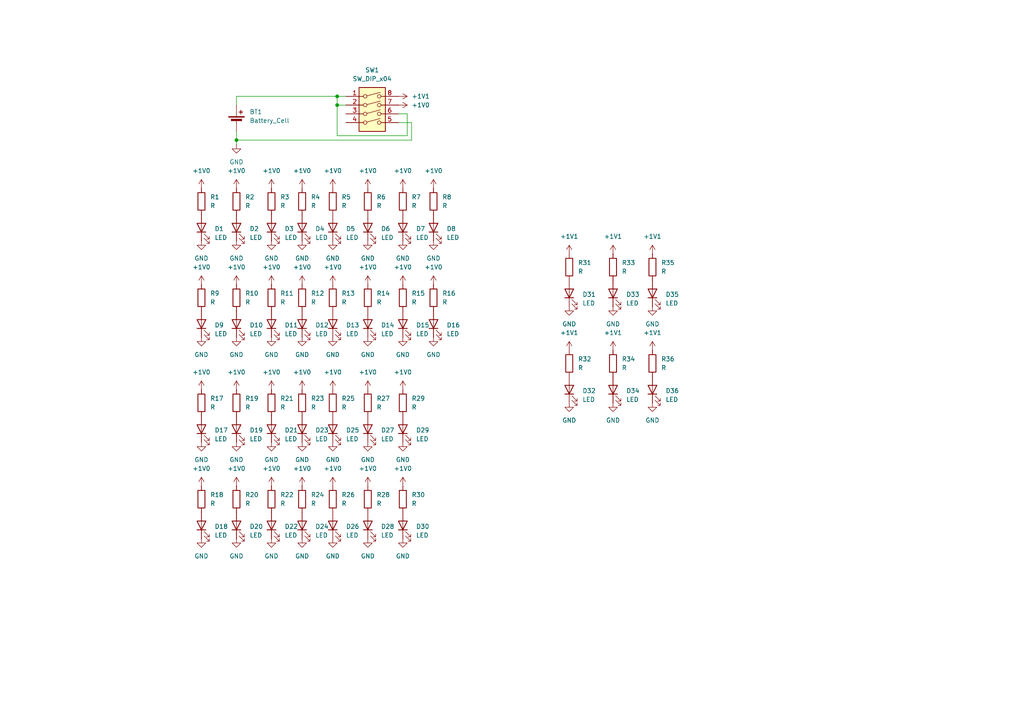
<source format=kicad_sch>
(kicad_sch (version 20231120) (generator "eeschema") (generator_version "8.0")
  (paper "A4")
  (lib_symbols
    (symbol "Device:Battery_Cell" (pin_numbers hide) (pin_names (offset 0) hide)
      (property "Reference" "BT" (at 2.54 2.54 0))
      (property "Value" "Battery_Cell" (at 2.54 0 0))
      (symbol "Battery_Cell_0_1"
        (rectangle (start -2.286 1.778) (end 2.286 1.524) (fill (type outline)))
        (rectangle (start -1.524 1.016) (end 1.524 0.508) (fill (type outline)))
        (polyline (pts (xy 0 0.762) (xy 0 0)))
        (polyline (pts (xy 0 1.778) (xy 0 2.54)))
        (polyline (pts (xy 0.762 3.048) (xy 1.778 3.048)) (stroke (width 0.254)))
        (polyline (pts (xy 1.27 3.556) (xy 1.27 2.54)) (stroke (width 0.254)))
      )
      (symbol "Battery_Cell_1_1"
        (pin passive line (at 0 5.08 270) (length 2.54) (name "+") (number "1"))
        (pin passive line (at 0 -2.54 90) (length 2.54) (name "-") (number "2"))
      )
    )
    (symbol "Device:LED" (pin_numbers hide) (pin_names (offset 1.016) hide)
      (property "Reference" "D" (at 0 2.54 0))
      (property "Value" "LED" (at 0 -2.54 0))
      (symbol "LED_0_1"
        (polyline (pts (xy -1.27 -1.27) (xy -1.27 1.27)) (stroke (width 0.254)))
        (polyline (pts (xy -1.27 0) (xy 1.27 0)))
        (polyline (pts (xy 1.27 -1.27) (xy 1.27 1.27) (xy -1.27 0) (xy 1.27 -1.27)) (stroke (width 0.254)))
        (polyline (pts (xy -3.048 -0.762) (xy -4.572 -2.286) (xy -3.81 -2.286) (xy -4.572 -2.286) (xy -4.572 -1.524)))
        (polyline (pts (xy -1.778 -0.762) (xy -3.302 -2.286) (xy -2.54 -2.286) (xy -3.302 -2.286) (xy -3.302 -1.524)))
      )
      (symbol "LED_1_1"
        (pin passive line (at -3.81 0 0) (length 2.54) (name "K") (number "1"))
        (pin passive line (at 3.81 0 180) (length 2.54) (name "A") (number "2"))
      )
    )
    (symbol "Device:R" (pin_numbers hide) (pin_names (offset 0))
      (property "Reference" "R" (at 2.032 0 90))
      (property "Value" "R" (at 0 0 90))
      (symbol "R_0_1"
        (rectangle (start -1.016 -2.54) (end 1.016 2.54) (stroke (width 0.254)))
      )
      (symbol "R_1_1"
        (pin passive line (at 0 3.81 270) (length 1.27) (name "~") (number "1"))
        (pin passive line (at 0 -3.81 90) (length 1.27) (name "~") (number "2"))
      )
    )
    (symbol "Switch:SW_DIP_x04" (pin_names (offset 0) hide)
      (property "Reference" "SW" (at 0 8.89 0))
      (property "Value" "SW_DIP_x04" (at 0 -6.35 0))
      (symbol "SW_DIP_x04_0_0"
        (circle (center -2.032 -2.54) (radius 0.508))
        (circle (center -2.032 0) (radius 0.508))
        (circle (center -2.032 2.54) (radius 0.508))
        (circle (center -2.032 5.08) (radius 0.508))
        (polyline (pts (xy -1.524 -2.3876) (xy 2.3622 -1.3462)))
        (polyline (pts (xy -1.524 0.127) (xy 2.3622 1.1684)))
        (polyline (pts (xy -1.524 2.667) (xy 2.3622 3.7084)))
        (polyline (pts (xy -1.524 5.207) (xy 2.3622 6.2484)))
        (circle (center 2.032 -2.54) (radius 0.508))
        (circle (center 2.032 0) (radius 0.508))
        (circle (center 2.032 2.54) (radius 0.508))
        (circle (center 2.032 5.08) (radius 0.508))
      )
      (symbol "SW_DIP_x04_0_1"
        (rectangle (start -3.81 7.62) (end 3.81 -5.08) (stroke (width 0.254)) (fill (type background)))
      )
      (symbol "SW_DIP_x04_1_1"
        (pin passive line (at -7.62 5.08 0) (length 5.08) (name "~") (number "1"))
        (pin passive line (at -7.62 2.54 0) (length 5.08) (name "~") (number "2"))
        (pin passive line (at -7.62 0 0) (length 5.08) (name "~") (number "3"))
        (pin passive line (at -7.62 -2.54 0) (length 5.08) (name "~") (number "4"))
        (pin passive line (at 7.62 -2.54 180) (length 5.08) (name "~") (number "5"))
        (pin passive line (at 7.62 0 180) (length 5.08) (name "~") (number "6"))
        (pin passive line (at 7.62 2.54 180) (length 5.08) (name "~") (number "7"))
        (pin passive line (at 7.62 5.08 180) (length 5.08) (name "~") (number "8"))
      )
    )
    (symbol "power:+1V0" (power) (pin_numbers hide) (pin_names (offset 0) hide)
      (property "Value" "+1V0" (at 0 3.556 0))
      (symbol "+1V0_0_1"
        (polyline (pts (xy -0.762 1.27) (xy 0 2.54)))
        (polyline (pts (xy 0 0) (xy 0 2.54)))
        (polyline (pts (xy 0 2.54) (xy 0.762 1.27)))
      )
      (symbol "+1V0_1_1"
        (pin power_in line (at 0 0 90) (length 0) (name "~") (number "1"))
      )
    )
    (symbol "power:+1V1" (power) (pin_numbers hide) (pin_names (offset 0) hide)
      (property "Value" "+1V1" (at 0 3.556 0))
      (symbol "+1V1_0_1"
        (polyline (pts (xy -0.762 1.27) (xy 0 2.54)))
        (polyline (pts (xy 0 0) (xy 0 2.54)))
        (polyline (pts (xy 0 2.54) (xy 0.762 1.27)))
      )
      (symbol "+1V1_1_1"
        (pin power_in line (at 0 0 90) (length 0) (name "~") (number "1"))
      )
    )
    (symbol "power:GND" (power) (pin_numbers hide) (pin_names (offset 0) hide)
      (property "Value" "GND" (at 0 -3.81 0))
      (symbol "GND_0_1"
        (polyline (pts (xy 0 0) (xy 0 -1.27) (xy 1.27 -1.27) (xy 0 -2.54) (xy -1.27 -1.27) (xy 0 -1.27)))
      )
      (symbol "GND_1_1"
        (pin power_in line (at 0 0 270) (length 0) (name "~") (number "1"))
      )
    )
  )
  (junction (at 68.58 40.64))
  (junction (at 97.79 27.94))
  (junction (at 97.79 30.48))
  (wire (pts (xy 118.11 39.37) (xy 118.11 33.02)))
  (wire (pts (xy 119.38 40.64) (xy 119.38 35.56)))
  (wire (pts (xy 68.58 38.1) (xy 68.58 40.64)))
  (wire (pts (xy 118.11 33.02) (xy 115.57 33.02)))
  (wire (pts (xy 97.79 39.37) (xy 118.11 39.37)))
  (wire (pts (xy 119.38 35.56) (xy 115.57 35.56)))
  (wire (pts (xy 97.79 30.48) (xy 97.79 39.37)))
  (wire (pts (xy 68.58 40.64) (xy 68.58 41.91)))
  (wire (pts (xy 100.33 30.48) (xy 97.79 30.48)))
  (wire (pts (xy 68.58 30.48) (xy 68.58 27.94)))
  (wire (pts (xy 97.79 27.94) (xy 97.79 30.48)))
  (wire (pts (xy 97.79 27.94) (xy 100.33 27.94)))
  (wire (pts (xy 68.58 40.64) (xy 119.38 40.64)))
  (wire (pts (xy 68.58 27.94) (xy 97.79 27.94)))
  (symbol (lib_id "Device:R") (at 106.68 86.36 0) (unit 1)
    (property "Reference" "R14" (at 109.22 85.0899 0) (effects (justify left)))
    (property "Value" "R" (at 109.22 87.6299 0) (effects (justify left)))
    (property "Footprint" "Resistor_SMD:R_0805_2012Metric_Pad1.20x1.40mm_HandSolder" (effects (hide yes)))
    (property "Description" "Resistor" (effects (hide yes)))
  )
  (symbol (lib_id "power:+1V0") (at 78.74 82.55 0) (unit 1)
    (property "Reference" "#PWR021" (effects (hide yes)))
    (property "Value" "+1V0" (at 78.74 77.47 0))
    (property "Description" "Power symbol creates a global label with name \"+1V0\"" (effects (hide yes)))
  )
  (symbol (lib_id "power:GND") (at 68.58 156.21 0) (unit 1)
    (property "Reference" "#PWR040" (effects (hide yes)))
    (property "Value" "GND" (at 68.58 161.29 0))
    (property "Description" "Power symbol creates a global label with name \"GND\" , ground" (effects (hide yes)))
  )
  (symbol (lib_id "power:GND") (at 68.58 128.27 0) (unit 1)
    (property "Reference" "#PWR038" (effects (hide yes)))
    (property "Value" "GND" (at 68.58 133.35 0))
    (property "Description" "Power symbol creates a global label with name \"GND\" , ground" (effects (hide yes)))
  )
  (symbol (lib_id "Device:LED") (at 68.58 93.98 90) (unit 1)
    (property "Reference" "D10" (at 72.39 94.2974 90) (effects (justify right)))
    (property "Value" "LED" (at 72.39 96.8374 90) (effects (justify right)))
    (property "Footprint" "LED_SMD:LED_0805_2012Metric_Pad1.15x1.40mm_HandSolder" (effects (hide yes)))
    (property "Description" "Light emitting diode" (effects (hide yes)))
  )
  (symbol (lib_id "Device:LED") (at 116.84 66.04 90) (unit 1)
    (property "Reference" "D7" (at 120.65 66.3574 90) (effects (justify right)))
    (property "Value" "LED" (at 120.65 68.8974 90) (effects (justify right)))
    (property "Footprint" "LED_SMD:LED_0805_2012Metric_Pad1.15x1.40mm_HandSolder" (effects (hide yes)))
    (property "Description" "Light emitting diode" (effects (hide yes)))
  )
  (symbol (lib_id "Device:R") (at 68.58 116.84 0) (unit 1)
    (property "Reference" "R19" (at 71.12 115.5699 0) (effects (justify left)))
    (property "Value" "R" (at 71.12 118.1099 0) (effects (justify left)))
    (property "Footprint" "Resistor_SMD:R_0805_2012Metric_Pad1.20x1.40mm_HandSolder" (effects (hide yes)))
    (property "Description" "Resistor" (effects (hide yes)))
  )
  (symbol (lib_id "power:+1V0") (at 87.63 113.03 0) (unit 1)
    (property "Reference" "#PWR045" (effects (hide yes)))
    (property "Value" "+1V0" (at 87.63 107.95 0))
    (property "Description" "Power symbol creates a global label with name \"+1V0\"" (effects (hide yes)))
  )
  (symbol (lib_id "Device:LED") (at 58.42 93.98 90) (unit 1)
    (property "Reference" "D9" (at 62.23 94.2974 90) (effects (justify right)))
    (property "Value" "LED" (at 62.23 96.8374 90) (effects (justify right)))
    (property "Footprint" "LED_SMD:LED_0805_2012Metric_Pad1.15x1.40mm_HandSolder" (effects (hide yes)))
    (property "Description" "Light emitting diode" (effects (hide yes)))
  )
  (symbol (lib_id "power:GND") (at 78.74 69.85 0) (unit 1)
    (property "Reference" "#PWR06" (effects (hide yes)))
    (property "Value" "GND" (at 78.74 74.93 0))
    (property "Description" "Power symbol creates a global label with name \"GND\" , ground" (effects (hide yes)))
  )
  (symbol (lib_id "power:GND") (at 87.63 97.79 0) (unit 1)
    (property "Reference" "#PWR024" (effects (hide yes)))
    (property "Value" "GND" (at 87.63 102.87 0))
    (property "Description" "Power symbol creates a global label with name \"GND\" , ground" (effects (hide yes)))
  )
  (symbol (lib_id "Device:LED") (at 68.58 152.4 90) (unit 1)
    (property "Reference" "D20" (at 72.39 152.7174 90) (effects (justify right)))
    (property "Value" "LED" (at 72.39 155.2574 90) (effects (justify right)))
    (property "Footprint" "LED_SMD:LED_0805_2012Metric_Pad1.15x1.40mm_HandSolder" (effects (hide yes)))
    (property "Description" "Light emitting diode" (effects (hide yes)))
  )
  (symbol (lib_id "power:+1V0") (at 96.52 54.61 0) (unit 1)
    (property "Reference" "#PWR09" (effects (hide yes)))
    (property "Value" "+1V0" (at 96.52 49.53 0))
    (property "Description" "Power symbol creates a global label with name \"+1V0\"" (effects (hide yes)))
  )
  (symbol (lib_id "Device:LED") (at 165.1 85.09 90) (unit 1)
    (property "Reference" "D31" (at 168.91 85.4074 90) (effects (justify right)))
    (property "Value" "LED" (at 168.91 87.9474 90) (effects (justify right)))
    (property "Footprint" "LED_SMD:LED_0603_1608Metric_Pad1.05x0.95mm_HandSolder" (effects (hide yes)))
    (property "Description" "Light emitting diode" (effects (hide yes)))
  )
  (symbol (lib_id "power:GND") (at 58.42 128.27 0) (unit 1)
    (property "Reference" "#PWR034" (effects (hide yes)))
    (property "Value" "GND" (at 58.42 133.35 0))
    (property "Description" "Power symbol creates a global label with name \"GND\" , ground" (effects (hide yes)))
  )
  (symbol (lib_id "power:GND") (at 106.68 128.27 0) (unit 1)
    (property "Reference" "#PWR054" (effects (hide yes)))
    (property "Value" "GND" (at 106.68 133.35 0))
    (property "Description" "Power symbol creates a global label with name \"GND\" , ground" (effects (hide yes)))
  )
  (symbol (lib_id "Device:LED") (at 189.23 113.03 90) (unit 1)
    (property "Reference" "D36" (at 193.04 113.3474 90) (effects (justify right)))
    (property "Value" "LED" (at 193.04 115.8874 90) (effects (justify right)))
    (property "Footprint" "LED_SMD:LED_0201_0603Metric_Pad0.64x0.40mm_HandSolder" (effects (hide yes)))
    (property "Description" "Light emitting diode" (effects (hide yes)))
  )
  (symbol (lib_id "power:+1V0") (at 125.73 82.55 0) (unit 1)
    (property "Reference" "#PWR031" (effects (hide yes)))
    (property "Value" "+1V0" (at 125.73 77.47 0))
    (property "Description" "Power symbol creates a global label with name \"+1V0\"" (effects (hide yes)))
  )
  (symbol (lib_id "power:GND") (at 96.52 69.85 0) (unit 1)
    (property "Reference" "#PWR010" (effects (hide yes)))
    (property "Value" "GND" (at 96.52 74.93 0))
    (property "Description" "Power symbol creates a global label with name \"GND\" , ground" (effects (hide yes)))
  )
  (symbol (lib_id "power:GND") (at 165.1 88.9 0) (unit 1)
    (property "Reference" "#PWR062" (effects (hide yes)))
    (property "Value" "GND" (at 165.1 93.98 0))
    (property "Description" "Power symbol creates a global label with name \"GND\" , ground" (effects (hide yes)))
  )
  (symbol (lib_id "Device:LED") (at 58.42 124.46 90) (unit 1)
    (property "Reference" "D17" (at 62.23 124.7774 90) (effects (justify right)))
    (property "Value" "LED" (at 62.23 127.3174 90) (effects (justify right)))
    (property "Footprint" "LED_SMD:LED_0805_2012Metric_Pad1.15x1.40mm_HandSolder" (effects (hide yes)))
    (property "Description" "Light emitting diode" (effects (hide yes)))
  )
  (symbol (lib_id "Device:LED") (at 165.1 113.03 90) (unit 1)
    (property "Reference" "D32" (at 168.91 113.3474 90) (effects (justify right)))
    (property "Value" "LED" (at 168.91 115.8874 90) (effects (justify right)))
    (property "Footprint" "LED_SMD:LED_0603_1608Metric_Pad1.05x0.95mm_HandSolder" (effects (hide yes)))
    (property "Description" "Light emitting diode" (effects (hide yes)))
  )
  (symbol (lib_id "power:+1V0") (at 116.84 140.97 0) (unit 1)
    (property "Reference" "#PWR059" (effects (hide yes)))
    (property "Value" "+1V0" (at 116.84 135.89 0))
    (property "Description" "Power symbol creates a global label with name \"+1V0\"" (effects (hide yes)))
  )
  (symbol (lib_id "power:GND") (at 165.1 116.84 0) (unit 1)
    (property "Reference" "#PWR064" (effects (hide yes)))
    (property "Value" "GND" (at 165.1 121.92 0))
    (property "Description" "Power symbol creates a global label with name \"GND\" , ground" (effects (hide yes)))
  )
  (symbol (lib_id "power:+1V1") (at 177.8 73.66 0) (unit 1)
    (property "Reference" "#PWR065" (effects (hide yes)))
    (property "Value" "+1V1" (at 177.8 68.58 0))
    (property "Description" "Power symbol creates a global label with name \"+1V1\"" (effects (hide yes)))
  )
  (symbol (lib_id "Device:R") (at 116.84 116.84 0) (unit 1)
    (property "Reference" "R29" (at 119.38 115.5699 0) (effects (justify left)))
    (property "Value" "R" (at 119.38 118.1099 0) (effects (justify left)))
    (property "Footprint" "Resistor_SMD:R_0805_2012Metric_Pad1.20x1.40mm_HandSolder" (effects (hide yes)))
    (property "Description" "Resistor" (effects (hide yes)))
  )
  (symbol (lib_id "Device:LED") (at 106.68 93.98 90) (unit 1)
    (property "Reference" "D14" (at 110.49 94.2974 90) (effects (justify right)))
    (property "Value" "LED" (at 110.49 96.8374 90) (effects (justify right)))
    (property "Footprint" "LED_SMD:LED_0805_2012Metric_Pad1.15x1.40mm_HandSolder" (effects (hide yes)))
    (property "Description" "Light emitting diode" (effects (hide yes)))
  )
  (symbol (lib_id "Device:R") (at 96.52 116.84 0) (unit 1)
    (property "Reference" "R25" (at 99.06 115.5699 0) (effects (justify left)))
    (property "Value" "R" (at 99.06 118.1099 0) (effects (justify left)))
    (property "Footprint" "Resistor_SMD:R_0805_2012Metric_Pad1.20x1.40mm_HandSolder" (effects (hide yes)))
    (property "Description" "Resistor" (effects (hide yes)))
  )
  (symbol (lib_id "Device:R") (at 116.84 144.78 0) (unit 1)
    (property "Reference" "R30" (at 119.38 143.5099 0) (effects (justify left)))
    (property "Value" "R" (at 119.38 146.0499 0) (effects (justify left)))
    (property "Footprint" "Resistor_SMD:R_0805_2012Metric_Pad1.20x1.40mm_HandSolder" (effects (hide yes)))
    (property "Description" "Resistor" (effects (hide yes)))
  )
  (symbol (lib_id "power:+1V0") (at 58.42 54.61 0) (unit 1)
    (property "Reference" "#PWR01" (effects (hide yes)))
    (property "Value" "+1V0" (at 58.42 49.53 0))
    (property "Description" "Power symbol creates a global label with name \"+1V0\"" (effects (hide yes)))
  )
  (symbol (lib_id "power:+1V0") (at 58.42 140.97 0) (unit 1)
    (property "Reference" "#PWR035" (effects (hide yes)))
    (property "Value" "+1V0" (at 58.42 135.89 0))
    (property "Description" "Power symbol creates a global label with name \"+1V0\"" (effects (hide yes)))
  )
  (symbol (lib_id "power:+1V0") (at 116.84 54.61 0) (unit 1)
    (property "Reference" "#PWR013" (effects (hide yes)))
    (property "Value" "+1V0" (at 116.84 49.53 0))
    (property "Description" "Power symbol creates a global label with name \"+1V0\"" (effects (hide yes)))
  )
  (symbol (lib_id "power:+1V0") (at 96.52 82.55 0) (unit 1)
    (property "Reference" "#PWR025" (effects (hide yes)))
    (property "Value" "+1V0" (at 96.52 77.47 0))
    (property "Description" "Power symbol creates a global label with name \"+1V0\"" (effects (hide yes)))
  )
  (symbol (lib_id "power:+1V1") (at 189.23 101.6 0) (unit 1)
    (property "Reference" "#PWR071" (effects (hide yes)))
    (property "Value" "+1V1" (at 189.23 96.52 0))
    (property "Description" "Power symbol creates a global label with name \"+1V1\"" (effects (hide yes)))
  )
  (symbol (lib_id "power:+1V0") (at 106.68 54.61 0) (unit 1)
    (property "Reference" "#PWR011" (effects (hide yes)))
    (property "Value" "+1V0" (at 106.68 49.53 0))
    (property "Description" "Power symbol creates a global label with name \"+1V0\"" (effects (hide yes)))
  )
  (symbol (lib_id "Device:R") (at 68.58 86.36 0) (unit 1)
    (property "Reference" "R10" (at 71.12 85.0899 0) (effects (justify left)))
    (property "Value" "R" (at 71.12 87.6299 0) (effects (justify left)))
    (property "Footprint" "Resistor_SMD:R_0805_2012Metric_Pad1.20x1.40mm_HandSolder" (effects (hide yes)))
    (property "Description" "Resistor" (effects (hide yes)))
  )
  (symbol (lib_id "power:GND") (at 78.74 97.79 0) (unit 1)
    (property "Reference" "#PWR022" (effects (hide yes)))
    (property "Value" "GND" (at 78.74 102.87 0))
    (property "Description" "Power symbol creates a global label with name \"GND\" , ground" (effects (hide yes)))
  )
  (symbol (lib_id "power:GND") (at 58.42 156.21 0) (unit 1)
    (property "Reference" "#PWR036" (effects (hide yes)))
    (property "Value" "GND" (at 58.42 161.29 0))
    (property "Description" "Power symbol creates a global label with name \"GND\" , ground" (effects (hide yes)))
  )
  (symbol (lib_id "Device:R") (at 87.63 86.36 0) (unit 1)
    (property "Reference" "R12" (at 90.17 85.0899 0) (effects (justify left)))
    (property "Value" "R" (at 90.17 87.6299 0) (effects (justify left)))
    (property "Footprint" "Resistor_SMD:R_0805_2012Metric_Pad1.20x1.40mm_HandSolder" (effects (hide yes)))
    (property "Description" "Resistor" (effects (hide yes)))
  )
  (symbol (lib_id "power:GND") (at 116.84 97.79 0) (unit 1)
    (property "Reference" "#PWR030" (effects (hide yes)))
    (property "Value" "GND" (at 116.84 102.87 0))
    (property "Description" "Power symbol creates a global label with name \"GND\" , ground" (effects (hide yes)))
  )
  (symbol (lib_id "power:GND") (at 106.68 69.85 0) (unit 1)
    (property "Reference" "#PWR012" (effects (hide yes)))
    (property "Value" "GND" (at 106.68 74.93 0))
    (property "Description" "Power symbol creates a global label with name \"GND\" , ground" (effects (hide yes)))
  )
  (symbol (lib_id "Device:LED") (at 96.52 93.98 90) (unit 1)
    (property "Reference" "D13" (at 100.33 94.2974 90) (effects (justify right)))
    (property "Value" "LED" (at 100.33 96.8374 90) (effects (justify right)))
    (property "Footprint" "LED_SMD:LED_0805_2012Metric_Pad1.15x1.40mm_HandSolder" (effects (hide yes)))
    (property "Description" "Light emitting diode" (effects (hide yes)))
  )
  (symbol (lib_id "Device:R") (at 78.74 144.78 0) (unit 1)
    (property "Reference" "R22" (at 81.28 143.5099 0) (effects (justify left)))
    (property "Value" "R" (at 81.28 146.0499 0) (effects (justify left)))
    (property "Footprint" "Resistor_SMD:R_0805_2012Metric_Pad1.20x1.40mm_HandSolder" (effects (hide yes)))
    (property "Description" "Resistor" (effects (hide yes)))
  )
  (symbol (lib_id "power:GND") (at 87.63 156.21 0) (unit 1)
    (property "Reference" "#PWR048" (effects (hide yes)))
    (property "Value" "GND" (at 87.63 161.29 0))
    (property "Description" "Power symbol creates a global label with name \"GND\" , ground" (effects (hide yes)))
  )
  (symbol (lib_id "power:+1V1") (at 177.8 101.6 0) (unit 1)
    (property "Reference" "#PWR067" (effects (hide yes)))
    (property "Value" "+1V1" (at 177.8 96.52 0))
    (property "Description" "Power symbol creates a global label with name \"+1V1\"" (effects (hide yes)))
  )
  (symbol (lib_id "Device:LED") (at 116.84 124.46 90) (unit 1)
    (property "Reference" "D29" (at 120.65 124.7774 90) (effects (justify right)))
    (property "Value" "LED" (at 120.65 127.3174 90) (effects (justify right)))
    (property "Footprint" "LED_SMD:LED_0805_2012Metric_Pad1.15x1.40mm_HandSolder" (effects (hide yes)))
    (property "Description" "Light emitting diode" (effects (hide yes)))
  )
  (symbol (lib_id "Device:R") (at 58.42 58.42 0) (unit 1)
    (property "Reference" "R1" (at 60.96 57.1499 0) (effects (justify left)))
    (property "Value" "R" (at 60.96 59.6899 0) (effects (justify left)))
    (property "Footprint" "Resistor_SMD:R_0805_2012Metric_Pad1.20x1.40mm_HandSolder" (effects (hide yes)))
    (property "Description" "Resistor" (effects (hide yes)))
  )
  (symbol (lib_id "Device:R") (at 177.8 105.41 0) (unit 1)
    (property "Reference" "R34" (at 180.34 104.1399 0) (effects (justify left)))
    (property "Value" "R" (at 180.34 106.6799 0) (effects (justify left)))
    (property "Footprint" "Resistor_SMD:R_0402_1005Metric_Pad0.72x0.64mm_HandSolder" (effects (hide yes)))
    (property "Description" "Resistor" (effects (hide yes)))
  )
  (symbol (lib_id "Device:R") (at 116.84 58.42 0) (unit 1)
    (property "Reference" "R7" (at 119.38 57.1499 0) (effects (justify left)))
    (property "Value" "R" (at 119.38 59.6899 0) (effects (justify left)))
    (property "Footprint" "Resistor_SMD:R_0805_2012Metric_Pad1.20x1.40mm_HandSolder" (effects (hide yes)))
    (property "Description" "Resistor" (effects (hide yes)))
  )
  (symbol (lib_id "power:+1V0") (at 87.63 54.61 0) (unit 1)
    (property "Reference" "#PWR07" (effects (hide yes)))
    (property "Value" "+1V0" (at 87.63 49.53 0))
    (property "Description" "Power symbol creates a global label with name \"+1V0\"" (effects (hide yes)))
  )
  (symbol (lib_id "power:GND") (at 96.52 156.21 0) (unit 1)
    (property "Reference" "#PWR052" (effects (hide yes)))
    (property "Value" "GND" (at 96.52 161.29 0))
    (property "Description" "Power symbol creates a global label with name \"GND\" , ground" (effects (hide yes)))
  )
  (symbol (lib_id "Device:LED") (at 87.63 152.4 90) (unit 1)
    (property "Reference" "D24" (at 91.44 152.7174 90) (effects (justify right)))
    (property "Value" "LED" (at 91.44 155.2574 90) (effects (justify right)))
    (property "Footprint" "LED_SMD:LED_0805_2012Metric_Pad1.15x1.40mm_HandSolder" (effects (hide yes)))
    (property "Description" "Light emitting diode" (effects (hide yes)))
  )
  (symbol (lib_id "Device:R") (at 87.63 116.84 0) (unit 1)
    (property "Reference" "R23" (at 90.17 115.5699 0) (effects (justify left)))
    (property "Value" "R" (at 90.17 118.1099 0) (effects (justify left)))
    (property "Footprint" "Resistor_SMD:R_0805_2012Metric_Pad1.20x1.40mm_HandSolder" (effects (hide yes)))
    (property "Description" "Resistor" (effects (hide yes)))
  )
  (symbol (lib_id "Device:R") (at 189.23 77.47 0) (unit 1)
    (property "Reference" "R35" (at 191.77 76.1999 0) (effects (justify left)))
    (property "Value" "R" (at 191.77 78.7399 0) (effects (justify left)))
    (property "Footprint" "Resistor_SMD:R_0201_0603Metric_Pad0.64x0.40mm_HandSolder" (effects (hide yes)))
    (property "Description" "Resistor" (effects (hide yes)))
  )
  (symbol (lib_id "Device:R") (at 58.42 86.36 0) (unit 1)
    (property "Reference" "R9" (at 60.96 85.0899 0) (effects (justify left)))
    (property "Value" "R" (at 60.96 87.6299 0) (effects (justify left)))
    (property "Footprint" "Resistor_SMD:R_0805_2012Metric_Pad1.20x1.40mm_HandSolder" (effects (hide yes)))
    (property "Description" "Resistor" (effects (hide yes)))
  )
  (symbol (lib_id "Device:R") (at 87.63 144.78 0) (unit 1)
    (property "Reference" "R24" (at 90.17 143.5099 0) (effects (justify left)))
    (property "Value" "R" (at 90.17 146.0499 0) (effects (justify left)))
    (property "Footprint" "Resistor_SMD:R_0805_2012Metric_Pad1.20x1.40mm_HandSolder" (effects (hide yes)))
    (property "Description" "Resistor" (effects (hide yes)))
  )
  (symbol (lib_id "power:+1V0") (at 68.58 82.55 0) (unit 1)
    (property "Reference" "#PWR019" (effects (hide yes)))
    (property "Value" "+1V0" (at 68.58 77.47 0))
    (property "Description" "Power symbol creates a global label with name \"+1V0\"" (effects (hide yes)))
  )
  (symbol (lib_id "Device:LED") (at 68.58 66.04 90) (unit 1)
    (property "Reference" "D2" (at 72.39 66.3574 90) (effects (justify right)))
    (property "Value" "LED" (at 72.39 68.8974 90) (effects (justify right)))
    (property "Footprint" "LED_SMD:LED_0805_2012Metric_Pad1.15x1.40mm_HandSolder" (effects (hide yes)))
    (property "Description" "Light emitting diode" (effects (hide yes)))
  )
  (symbol (lib_id "Device:LED") (at 189.23 85.09 90) (unit 1)
    (property "Reference" "D35" (at 193.04 85.4074 90) (effects (justify right)))
    (property "Value" "LED" (at 193.04 87.9474 90) (effects (justify right)))
    (property "Footprint" "LED_SMD:LED_0201_0603Metric_Pad0.64x0.40mm_HandSolder" (effects (hide yes)))
    (property "Description" "Light emitting diode" (effects (hide yes)))
  )
  (symbol (lib_id "power:GND") (at 58.42 97.79 0) (unit 1)
    (property "Reference" "#PWR018" (effects (hide yes)))
    (property "Value" "GND" (at 58.42 102.87 0))
    (property "Description" "Power symbol creates a global label with name \"GND\" , ground" (effects (hide yes)))
  )
  (symbol (lib_id "Device:Battery_Cell") (at 68.58 35.56 0) (unit 1)
    (property "Reference" "BT1" (at 72.39 32.4484 0) (effects (justify left)))
    (property "Value" "Battery_Cell" (at 72.39 34.9884 0) (effects (justify left)))
    (property "Footprint" "Battery:BatteryHolder_Keystone_1060_1x2032" (effects (hide yes)))
    (property "Description" "Single-cell battery" (effects (hide yes)))
  )
  (symbol (lib_id "Device:LED") (at 78.74 152.4 90) (unit 1)
    (property "Reference" "D22" (at 82.55 152.7174 90) (effects (justify right)))
    (property "Value" "LED" (at 82.55 155.2574 90) (effects (justify right)))
    (property "Footprint" "LED_SMD:LED_0805_2012Metric_Pad1.15x1.40mm_HandSolder" (effects (hide yes)))
    (property "Description" "Light emitting diode" (effects (hide yes)))
  )
  (symbol (lib_id "Device:R") (at 78.74 58.42 0) (unit 1)
    (property "Reference" "R3" (at 81.28 57.1499 0) (effects (justify left)))
    (property "Value" "R" (at 81.28 59.6899 0) (effects (justify left)))
    (property "Footprint" "Resistor_SMD:R_0805_2012Metric_Pad1.20x1.40mm_HandSolder" (effects (hide yes)))
    (property "Description" "Resistor" (effects (hide yes)))
  )
  (symbol (lib_id "power:GND") (at 116.84 69.85 0) (unit 1)
    (property "Reference" "#PWR014" (effects (hide yes)))
    (property "Value" "GND" (at 116.84 74.93 0))
    (property "Description" "Power symbol creates a global label with name \"GND\" , ground" (effects (hide yes)))
  )
  (symbol (lib_id "power:+1V0") (at 106.68 113.03 0) (unit 1)
    (property "Reference" "#PWR053" (effects (hide yes)))
    (property "Value" "+1V0" (at 106.68 107.95 0))
    (property "Description" "Power symbol creates a global label with name \"+1V0\"" (effects (hide yes)))
  )
  (symbol (lib_id "power:+1V0") (at 87.63 82.55 0) (unit 1)
    (property "Reference" "#PWR023" (effects (hide yes)))
    (property "Value" "+1V0" (at 87.63 77.47 0))
    (property "Description" "Power symbol creates a global label with name \"+1V0\"" (effects (hide yes)))
  )
  (symbol (lib_id "power:+1V0") (at 96.52 113.03 0) (unit 1)
    (property "Reference" "#PWR049" (effects (hide yes)))
    (property "Value" "+1V0" (at 96.52 107.95 0))
    (property "Description" "Power symbol creates a global label with name \"+1V0\"" (effects (hide yes)))
  )
  (symbol (lib_id "power:GND") (at 68.58 41.91 0) (unit 1)
    (property "Reference" "#PWR074" (effects (hide yes)))
    (property "Value" "GND" (at 68.58 46.99 0))
    (property "Description" "Power symbol creates a global label with name \"GND\" , ground" (effects (hide yes)))
  )
  (symbol (lib_id "power:GND") (at 177.8 88.9 0) (unit 1)
    (property "Reference" "#PWR066" (effects (hide yes)))
    (property "Value" "GND" (at 177.8 93.98 0))
    (property "Description" "Power symbol creates a global label with name \"GND\" , ground" (effects (hide yes)))
  )
  (symbol (lib_id "Device:R") (at 125.73 58.42 0) (unit 1)
    (property "Reference" "R8" (at 128.27 57.1499 0) (effects (justify left)))
    (property "Value" "R" (at 128.27 59.6899 0) (effects (justify left)))
    (property "Footprint" "Resistor_SMD:R_0805_2012Metric_Pad1.20x1.40mm_HandSolder" (effects (hide yes)))
    (property "Description" "Resistor" (effects (hide yes)))
  )
  (symbol (lib_id "power:GND") (at 87.63 69.85 0) (unit 1)
    (property "Reference" "#PWR08" (effects (hide yes)))
    (property "Value" "GND" (at 87.63 74.93 0))
    (property "Description" "Power symbol creates a global label with name \"GND\" , ground" (effects (hide yes)))
  )
  (symbol (lib_id "Device:LED") (at 177.8 85.09 90) (unit 1)
    (property "Reference" "D33" (at 181.61 85.4074 90) (effects (justify right)))
    (property "Value" "LED" (at 181.61 87.9474 90) (effects (justify right)))
    (property "Footprint" "LED_SMD:LED_0402_1005Metric_Pad0.77x0.64mm_HandSolder" (effects (hide yes)))
    (property "Description" "Light emitting diode" (effects (hide yes)))
  )
  (symbol (lib_id "power:+1V1") (at 115.57 27.94 270) (unit 1)
    (property "Reference" "#PWR073" (effects (hide yes)))
    (property "Value" "+1V1" (at 119.38 27.9399 90) (effects (justify left)))
    (property "Description" "Power symbol creates a global label with name \"+1V1\"" (effects (hide yes)))
  )
  (symbol (lib_id "power:GND") (at 177.8 116.84 0) (unit 1)
    (property "Reference" "#PWR068" (effects (hide yes)))
    (property "Value" "GND" (at 177.8 121.92 0))
    (property "Description" "Power symbol creates a global label with name \"GND\" , ground" (effects (hide yes)))
  )
  (symbol (lib_id "Device:LED") (at 116.84 93.98 90) (unit 1)
    (property "Reference" "D15" (at 120.65 94.2974 90) (effects (justify right)))
    (property "Value" "LED" (at 120.65 96.8374 90) (effects (justify right)))
    (property "Footprint" "LED_SMD:LED_0805_2012Metric_Pad1.15x1.40mm_HandSolder" (effects (hide yes)))
    (property "Description" "Light emitting diode" (effects (hide yes)))
  )
  (symbol (lib_id "Device:LED") (at 125.73 66.04 90) (unit 1)
    (property "Reference" "D8" (at 129.54 66.3574 90) (effects (justify right)))
    (property "Value" "LED" (at 129.54 68.8974 90) (effects (justify right)))
    (property "Footprint" "LED_SMD:LED_0805_2012Metric_Pad1.15x1.40mm_HandSolder" (effects (hide yes)))
    (property "Description" "Light emitting diode" (effects (hide yes)))
  )
  (symbol (lib_id "power:+1V0") (at 106.68 140.97 0) (unit 1)
    (property "Reference" "#PWR055" (effects (hide yes)))
    (property "Value" "+1V0" (at 106.68 135.89 0))
    (property "Description" "Power symbol creates a global label with name \"+1V0\"" (effects (hide yes)))
  )
  (symbol (lib_id "Device:R") (at 106.68 58.42 0) (unit 1)
    (property "Reference" "R6" (at 109.22 57.1499 0) (effects (justify left)))
    (property "Value" "R" (at 109.22 59.6899 0) (effects (justify left)))
    (property "Footprint" "Resistor_SMD:R_0805_2012Metric_Pad1.20x1.40mm_HandSolder" (effects (hide yes)))
    (property "Description" "Resistor" (effects (hide yes)))
  )
  (symbol (lib_id "Device:R") (at 96.52 144.78 0) (unit 1)
    (property "Reference" "R26" (at 99.06 143.5099 0) (effects (justify left)))
    (property "Value" "R" (at 99.06 146.0499 0) (effects (justify left)))
    (property "Footprint" "Resistor_SMD:R_0805_2012Metric_Pad1.20x1.40mm_HandSolder" (effects (hide yes)))
    (property "Description" "Resistor" (effects (hide yes)))
  )
  (symbol (lib_id "power:GND") (at 78.74 156.21 0) (unit 1)
    (property "Reference" "#PWR044" (effects (hide yes)))
    (property "Value" "GND" (at 78.74 161.29 0))
    (property "Description" "Power symbol creates a global label with name \"GND\" , ground" (effects (hide yes)))
  )
  (symbol (lib_id "Device:LED") (at 87.63 93.98 90) (unit 1)
    (property "Reference" "D12" (at 91.44 94.2974 90) (effects (justify right)))
    (property "Value" "LED" (at 91.44 96.8374 90) (effects (justify right)))
    (property "Footprint" "LED_SMD:LED_0805_2012Metric_Pad1.15x1.40mm_HandSolder" (effects (hide yes)))
    (property "Description" "Light emitting diode" (effects (hide yes)))
  )
  (symbol (lib_id "power:+1V0") (at 116.84 82.55 0) (unit 1)
    (property "Reference" "#PWR029" (effects (hide yes)))
    (property "Value" "+1V0" (at 116.84 77.47 0))
    (property "Description" "Power symbol creates a global label with name \"+1V0\"" (effects (hide yes)))
  )
  (symbol (lib_id "Device:LED") (at 78.74 66.04 90) (unit 1)
    (property "Reference" "D3" (at 82.55 66.3574 90) (effects (justify right)))
    (property "Value" "LED" (at 82.55 68.8974 90) (effects (justify right)))
    (property "Footprint" "LED_SMD:LED_0805_2012Metric_Pad1.15x1.40mm_HandSolder" (effects (hide yes)))
    (property "Description" "Light emitting diode" (effects (hide yes)))
  )
  (symbol (lib_id "Device:LED") (at 96.52 124.46 90) (unit 1)
    (property "Reference" "D25" (at 100.33 124.7774 90) (effects (justify right)))
    (property "Value" "LED" (at 100.33 127.3174 90) (effects (justify right)))
    (property "Footprint" "LED_SMD:LED_0805_2012Metric_Pad1.15x1.40mm_HandSolder" (effects (hide yes)))
    (property "Description" "Light emitting diode" (effects (hide yes)))
  )
  (symbol (lib_id "power:+1V0") (at 68.58 140.97 0) (unit 1)
    (property "Reference" "#PWR039" (effects (hide yes)))
    (property "Value" "+1V0" (at 68.58 135.89 0))
    (property "Description" "Power symbol creates a global label with name \"+1V0\"" (effects (hide yes)))
  )
  (symbol (lib_id "Device:R") (at 78.74 116.84 0) (unit 1)
    (property "Reference" "R21" (at 81.28 115.5699 0) (effects (justify left)))
    (property "Value" "R" (at 81.28 118.1099 0) (effects (justify left)))
    (property "Footprint" "Resistor_SMD:R_0805_2012Metric_Pad1.20x1.40mm_HandSolder" (effects (hide yes)))
    (property "Description" "Resistor" (effects (hide yes)))
  )
  (symbol (lib_id "Device:R") (at 78.74 86.36 0) (unit 1)
    (property "Reference" "R11" (at 81.28 85.0899 0) (effects (justify left)))
    (property "Value" "R" (at 81.28 87.6299 0) (effects (justify left)))
    (property "Footprint" "Resistor_SMD:R_0805_2012Metric_Pad1.20x1.40mm_HandSolder" (effects (hide yes)))
    (property "Description" "Resistor" (effects (hide yes)))
  )
  (symbol (lib_id "power:GND") (at 125.73 69.85 0) (unit 1)
    (property "Reference" "#PWR016" (effects (hide yes)))
    (property "Value" "GND" (at 125.73 74.93 0))
    (property "Description" "Power symbol creates a global label with name \"GND\" , ground" (effects (hide yes)))
  )
  (symbol (lib_id "power:+1V0") (at 96.52 140.97 0) (unit 1)
    (property "Reference" "#PWR051" (effects (hide yes)))
    (property "Value" "+1V0" (at 96.52 135.89 0))
    (property "Description" "Power symbol creates a global label with name \"+1V0\"" (effects (hide yes)))
  )
  (symbol (lib_id "power:GND") (at 68.58 97.79 0) (unit 1)
    (property "Reference" "#PWR020" (effects (hide yes)))
    (property "Value" "GND" (at 68.58 102.87 0))
    (property "Description" "Power symbol creates a global label with name \"GND\" , ground" (effects (hide yes)))
  )
  (symbol (lib_id "power:+1V0") (at 78.74 140.97 0) (unit 1)
    (property "Reference" "#PWR043" (effects (hide yes)))
    (property "Value" "+1V0" (at 78.74 135.89 0))
    (property "Description" "Power symbol creates a global label with name \"+1V0\"" (effects (hide yes)))
  )
  (symbol (lib_id "Device:LED") (at 116.84 152.4 90) (unit 1)
    (property "Reference" "D30" (at 120.65 152.7174 90) (effects (justify right)))
    (property "Value" "LED" (at 120.65 155.2574 90) (effects (justify right)))
    (property "Footprint" "LED_SMD:LED_0805_2012Metric_Pad1.15x1.40mm_HandSolder" (effects (hide yes)))
    (property "Description" "Light emitting diode" (effects (hide yes)))
  )
  (symbol (lib_id "power:GND") (at 58.42 69.85 0) (unit 1)
    (property "Reference" "#PWR02" (effects (hide yes)))
    (property "Value" "GND" (at 58.42 74.93 0))
    (property "Description" "Power symbol creates a global label with name \"GND\" , ground" (effects (hide yes)))
  )
  (symbol (lib_id "power:+1V1") (at 189.23 73.66 0) (unit 1)
    (property "Reference" "#PWR069" (effects (hide yes)))
    (property "Value" "+1V1" (at 189.23 68.58 0))
    (property "Description" "Power symbol creates a global label with name \"+1V1\"" (effects (hide yes)))
  )
  (symbol (lib_id "Device:LED") (at 125.73 93.98 90) (unit 1)
    (property "Reference" "D16" (at 129.54 94.2974 90) (effects (justify right)))
    (property "Value" "LED" (at 129.54 96.8374 90) (effects (justify right)))
    (property "Footprint" "LED_SMD:LED_0805_2012Metric_Pad1.15x1.40mm_HandSolder" (effects (hide yes)))
    (property "Description" "Light emitting diode" (effects (hide yes)))
  )
  (symbol (lib_id "Device:LED") (at 96.52 152.4 90) (unit 1)
    (property "Reference" "D26" (at 100.33 152.7174 90) (effects (justify right)))
    (property "Value" "LED" (at 100.33 155.2574 90) (effects (justify right)))
    (property "Footprint" "LED_SMD:LED_0805_2012Metric_Pad1.15x1.40mm_HandSolder" (effects (hide yes)))
    (property "Description" "Light emitting diode" (effects (hide yes)))
  )
  (symbol (lib_id "Device:R") (at 96.52 58.42 0) (unit 1)
    (property "Reference" "R5" (at 99.06 57.1499 0) (effects (justify left)))
    (property "Value" "R" (at 99.06 59.6899 0) (effects (justify left)))
    (property "Footprint" "Resistor_SMD:R_0805_2012Metric_Pad1.20x1.40mm_HandSolder" (effects (hide yes)))
    (property "Description" "Resistor" (effects (hide yes)))
  )
  (symbol (lib_id "power:GND") (at 125.73 97.79 0) (unit 1)
    (property "Reference" "#PWR032" (effects (hide yes)))
    (property "Value" "GND" (at 125.73 102.87 0))
    (property "Description" "Power symbol creates a global label with name \"GND\" , ground" (effects (hide yes)))
  )
  (symbol (lib_id "power:+1V0") (at 87.63 140.97 0) (unit 1)
    (property "Reference" "#PWR047" (effects (hide yes)))
    (property "Value" "+1V0" (at 87.63 135.89 0))
    (property "Description" "Power symbol creates a global label with name \"+1V0\"" (effects (hide yes)))
  )
  (symbol (lib_id "Device:R") (at 106.68 144.78 0) (unit 1)
    (property "Reference" "R28" (at 109.22 143.5099 0) (effects (justify left)))
    (property "Value" "R" (at 109.22 146.0499 0) (effects (justify left)))
    (property "Footprint" "Resistor_SMD:R_0805_2012Metric_Pad1.20x1.40mm_HandSolder" (effects (hide yes)))
    (property "Description" "Resistor" (effects (hide yes)))
  )
  (symbol (lib_id "power:+1V0") (at 68.58 54.61 0) (unit 1)
    (property "Reference" "#PWR03" (effects (hide yes)))
    (property "Value" "+1V0" (at 68.58 49.53 0))
    (property "Description" "Power symbol creates a global label with name \"+1V0\"" (effects (hide yes)))
  )
  (symbol (lib_id "power:+1V0") (at 125.73 54.61 0) (unit 1)
    (property "Reference" "#PWR015" (effects (hide yes)))
    (property "Value" "+1V0" (at 125.73 49.53 0))
    (property "Description" "Power symbol creates a global label with name \"+1V0\"" (effects (hide yes)))
  )
  (symbol (lib_id "power:+1V0") (at 115.57 30.48 270) (unit 1)
    (property "Reference" "#PWR075" (effects (hide yes)))
    (property "Value" "+1V0" (at 119.38 30.4799 90) (effects (justify left)))
    (property "Description" "Power symbol creates a global label with name \"+1V0\"" (effects (hide yes)))
  )
  (symbol (lib_id "power:GND") (at 189.23 116.84 0) (unit 1)
    (property "Reference" "#PWR072" (effects (hide yes)))
    (property "Value" "GND" (at 189.23 121.92 0))
    (property "Description" "Power symbol creates a global label with name \"GND\" , ground" (effects (hide yes)))
  )
  (symbol (lib_id "power:+1V1") (at 165.1 101.6 0) (unit 1)
    (property "Reference" "#PWR063" (effects (hide yes)))
    (property "Value" "+1V1" (at 165.1 96.52 0))
    (property "Description" "Power symbol creates a global label with name \"+1V1\"" (effects (hide yes)))
  )
  (symbol (lib_id "power:+1V1") (at 165.1 73.66 0) (unit 1)
    (property "Reference" "#PWR061" (effects (hide yes)))
    (property "Value" "+1V1" (at 165.1 68.58 0))
    (property "Description" "Power symbol creates a global label with name \"+1V1\"" (effects (hide yes)))
  )
  (symbol (lib_id "power:GND") (at 116.84 128.27 0) (unit 1)
    (property "Reference" "#PWR058" (effects (hide yes)))
    (property "Value" "GND" (at 116.84 133.35 0))
    (property "Description" "Power symbol creates a global label with name \"GND\" , ground" (effects (hide yes)))
  )
  (symbol (lib_id "Device:R") (at 116.84 86.36 0) (unit 1)
    (property "Reference" "R15" (at 119.38 85.0899 0) (effects (justify left)))
    (property "Value" "R" (at 119.38 87.6299 0) (effects (justify left)))
    (property "Footprint" "Resistor_SMD:R_0805_2012Metric_Pad1.20x1.40mm_HandSolder" (effects (hide yes)))
    (property "Description" "Resistor" (effects (hide yes)))
  )
  (symbol (lib_id "Device:LED") (at 177.8 113.03 90) (unit 1)
    (property "Reference" "D34" (at 181.61 113.3474 90) (effects (justify right)))
    (property "Value" "LED" (at 181.61 115.8874 90) (effects (justify right)))
    (property "Footprint" "LED_SMD:LED_0402_1005Metric_Pad0.77x0.64mm_HandSolder" (effects (hide yes)))
    (property "Description" "Light emitting diode" (effects (hide yes)))
  )
  (symbol (lib_id "Device:R") (at 125.73 86.36 0) (unit 1)
    (property "Reference" "R16" (at 128.27 85.0899 0) (effects (justify left)))
    (property "Value" "R" (at 128.27 87.6299 0) (effects (justify left)))
    (property "Footprint" "Resistor_SMD:R_0805_2012Metric_Pad1.20x1.40mm_HandSolder" (effects (hide yes)))
    (property "Description" "Resistor" (effects (hide yes)))
  )
  (symbol (lib_id "Device:R") (at 165.1 105.41 0) (unit 1)
    (property "Reference" "R32" (at 167.64 104.1399 0) (effects (justify left)))
    (property "Value" "R" (at 167.64 106.6799 0) (effects (justify left)))
    (property "Footprint" "Resistor_SMD:R_0603_1608Metric_Pad0.98x0.95mm_HandSolder" (effects (hide yes)))
    (property "Description" "Resistor" (effects (hide yes)))
  )
  (symbol (lib_id "Device:LED") (at 106.68 66.04 90) (unit 1)
    (property "Reference" "D6" (at 110.49 66.3574 90) (effects (justify right)))
    (property "Value" "LED" (at 110.49 68.8974 90) (effects (justify right)))
    (property "Footprint" "LED_SMD:LED_0805_2012Metric_Pad1.15x1.40mm_HandSolder" (effects (hide yes)))
    (property "Description" "Light emitting diode" (effects (hide yes)))
  )
  (symbol (lib_id "power:GND") (at 87.63 128.27 0) (unit 1)
    (property "Reference" "#PWR046" (effects (hide yes)))
    (property "Value" "GND" (at 87.63 133.35 0))
    (property "Description" "Power symbol creates a global label with name \"GND\" , ground" (effects (hide yes)))
  )
  (symbol (lib_id "power:GND") (at 96.52 97.79 0) (unit 1)
    (property "Reference" "#PWR026" (effects (hide yes)))
    (property "Value" "GND" (at 96.52 102.87 0))
    (property "Description" "Power symbol creates a global label with name \"GND\" , ground" (effects (hide yes)))
  )
  (symbol (lib_id "power:GND") (at 116.84 156.21 0) (unit 1)
    (property "Reference" "#PWR060" (effects (hide yes)))
    (property "Value" "GND" (at 116.84 161.29 0))
    (property "Description" "Power symbol creates a global label with name \"GND\" , ground" (effects (hide yes)))
  )
  (symbol (lib_id "power:GND") (at 78.74 128.27 0) (unit 1)
    (property "Reference" "#PWR042" (effects (hide yes)))
    (property "Value" "GND" (at 78.74 133.35 0))
    (property "Description" "Power symbol creates a global label with name \"GND\" , ground" (effects (hide yes)))
  )
  (symbol (lib_id "Device:R") (at 87.63 58.42 0) (unit 1)
    (property "Reference" "R4" (at 90.17 57.1499 0) (effects (justify left)))
    (property "Value" "R" (at 90.17 59.6899 0) (effects (justify left)))
    (property "Footprint" "Resistor_SMD:R_0805_2012Metric_Pad1.20x1.40mm_HandSolder" (effects (hide yes)))
    (property "Description" "Resistor" (effects (hide yes)))
  )
  (symbol (lib_id "Device:LED") (at 58.42 152.4 90) (unit 1)
    (property "Reference" "D18" (at 62.23 152.7174 90) (effects (justify right)))
    (property "Value" "LED" (at 62.23 155.2574 90) (effects (justify right)))
    (property "Footprint" "LED_SMD:LED_0805_2012Metric_Pad1.15x1.40mm_HandSolder" (effects (hide yes)))
    (property "Description" "Light emitting diode" (effects (hide yes)))
  )
  (symbol (lib_id "power:+1V0") (at 68.58 113.03 0) (unit 1)
    (property "Reference" "#PWR037" (effects (hide yes)))
    (property "Value" "+1V0" (at 68.58 107.95 0))
    (property "Description" "Power symbol creates a global label with name \"+1V0\"" (effects (hide yes)))
  )
  (symbol (lib_id "power:+1V0") (at 106.68 82.55 0) (unit 1)
    (property "Reference" "#PWR027" (effects (hide yes)))
    (property "Value" "+1V0" (at 106.68 77.47 0))
    (property "Description" "Power symbol creates a global label with name \"+1V0\"" (effects (hide yes)))
  )
  (symbol (lib_id "power:GND") (at 106.68 97.79 0) (unit 1)
    (property "Reference" "#PWR028" (effects (hide yes)))
    (property "Value" "GND" (at 106.68 102.87 0))
    (property "Description" "Power symbol creates a global label with name \"GND\" , ground" (effects (hide yes)))
  )
  (symbol (lib_id "Device:R") (at 58.42 144.78 0) (unit 1)
    (property "Reference" "R18" (at 60.96 143.5099 0) (effects (justify left)))
    (property "Value" "R" (at 60.96 146.0499 0) (effects (justify left)))
    (property "Footprint" "Resistor_SMD:R_0805_2012Metric_Pad1.20x1.40mm_HandSolder" (effects (hide yes)))
    (property "Description" "Resistor" (effects (hide yes)))
  )
  (symbol (lib_id "power:GND") (at 106.68 156.21 0) (unit 1)
    (property "Reference" "#PWR056" (effects (hide yes)))
    (property "Value" "GND" (at 106.68 161.29 0))
    (property "Description" "Power symbol creates a global label with name \"GND\" , ground" (effects (hide yes)))
  )
  (symbol (lib_id "Device:R") (at 106.68 116.84 0) (unit 1)
    (property "Reference" "R27" (at 109.22 115.5699 0) (effects (justify left)))
    (property "Value" "R" (at 109.22 118.1099 0) (effects (justify left)))
    (property "Footprint" "Resistor_SMD:R_0805_2012Metric_Pad1.20x1.40mm_HandSolder" (effects (hide yes)))
    (property "Description" "Resistor" (effects (hide yes)))
  )
  (symbol (lib_id "Device:R") (at 68.58 144.78 0) (unit 1)
    (property "Reference" "R20" (at 71.12 143.5099 0) (effects (justify left)))
    (property "Value" "R" (at 71.12 146.0499 0) (effects (justify left)))
    (property "Footprint" "Resistor_SMD:R_0805_2012Metric_Pad1.20x1.40mm_HandSolder" (effects (hide yes)))
    (property "Description" "Resistor" (effects (hide yes)))
  )
  (symbol (lib_id "Device:LED") (at 78.74 93.98 90) (unit 1)
    (property "Reference" "D11" (at 82.55 94.2974 90) (effects (justify right)))
    (property "Value" "LED" (at 82.55 96.8374 90) (effects (justify right)))
    (property "Footprint" "LED_SMD:LED_0805_2012Metric_Pad1.15x1.40mm_HandSolder" (effects (hide yes)))
    (property "Description" "Light emitting diode" (effects (hide yes)))
  )
  (symbol (lib_id "Device:LED") (at 87.63 66.04 90) (unit 1)
    (property "Reference" "D4" (at 91.44 66.3574 90) (effects (justify right)))
    (property "Value" "LED" (at 91.44 68.8974 90) (effects (justify right)))
    (property "Footprint" "LED_SMD:LED_0805_2012Metric_Pad1.15x1.40mm_HandSolder" (effects (hide yes)))
    (property "Description" "Light emitting diode" (effects (hide yes)))
  )
  (symbol (lib_id "power:+1V0") (at 78.74 113.03 0) (unit 1)
    (property "Reference" "#PWR041" (effects (hide yes)))
    (property "Value" "+1V0" (at 78.74 107.95 0))
    (property "Description" "Power symbol creates a global label with name \"+1V0\"" (effects (hide yes)))
  )
  (symbol (lib_id "Device:LED") (at 106.68 124.46 90) (unit 1)
    (property "Reference" "D27" (at 110.49 124.7774 90) (effects (justify right)))
    (property "Value" "LED" (at 110.49 127.3174 90) (effects (justify right)))
    (property "Footprint" "LED_SMD:LED_0805_2012Metric_Pad1.15x1.40mm_HandSolder" (effects (hide yes)))
    (property "Description" "Light emitting diode" (effects (hide yes)))
  )
  (symbol (lib_id "Device:R") (at 96.52 86.36 0) (unit 1)
    (property "Reference" "R13" (at 99.06 85.0899 0) (effects (justify left)))
    (property "Value" "R" (at 99.06 87.6299 0) (effects (justify left)))
    (property "Footprint" "Resistor_SMD:R_0805_2012Metric_Pad1.20x1.40mm_HandSolder" (effects (hide yes)))
    (property "Description" "Resistor" (effects (hide yes)))
  )
  (symbol (lib_id "Device:LED") (at 106.68 152.4 90) (unit 1)
    (property "Reference" "D28" (at 110.49 152.7174 90) (effects (justify right)))
    (property "Value" "LED" (at 110.49 155.2574 90) (effects (justify right)))
    (property "Footprint" "LED_SMD:LED_0805_2012Metric_Pad1.15x1.40mm_HandSolder" (effects (hide yes)))
    (property "Description" "Light emitting diode" (effects (hide yes)))
  )
  (symbol (lib_id "power:+1V0") (at 78.74 54.61 0) (unit 1)
    (property "Reference" "#PWR05" (effects (hide yes)))
    (property "Value" "+1V0" (at 78.74 49.53 0))
    (property "Description" "Power symbol creates a global label with name \"+1V0\"" (effects (hide yes)))
  )
  (symbol (lib_id "Device:R") (at 58.42 116.84 0) (unit 1)
    (property "Reference" "R17" (at 60.96 115.5699 0) (effects (justify left)))
    (property "Value" "R" (at 60.96 118.1099 0) (effects (justify left)))
    (property "Footprint" "Resistor_SMD:R_0805_2012Metric_Pad1.20x1.40mm_HandSolder" (effects (hide yes)))
    (property "Description" "Resistor" (effects (hide yes)))
  )
  (symbol (lib_id "power:+1V0") (at 116.84 113.03 0) (unit 1)
    (property "Reference" "#PWR057" (effects (hide yes)))
    (property "Value" "+1V0" (at 116.84 107.95 0))
    (property "Description" "Power symbol creates a global label with name \"+1V0\"" (effects (hide yes)))
  )
  (symbol (lib_id "Switch:SW_DIP_x04") (at 107.95 33.02 0) (unit 1)
    (property "Reference" "SW1" (at 107.95 20.32 0))
    (property "Value" "SW_DIP_x04" (at 107.95 22.86 0))
    (property "Footprint" "Button_Switch_THT:SW_DIP_SPSTx04_Slide_9.78x12.34mm_W7.62mm_P2.54mm" (effects (hide yes)))
    (property "Description" "4x DIP Switch, Single Pole Single Throw (SPST) switch, small symbol" (effects (hide yes)))
  )
  (symbol (lib_id "power:+1V0") (at 58.42 82.55 0) (unit 1)
    (property "Reference" "#PWR017" (effects (hide yes)))
    (property "Value" "+1V0" (at 58.42 77.47 0))
    (property "Description" "Power symbol creates a global label with name \"+1V0\"" (effects (hide yes)))
  )
  (symbol (lib_id "power:GND") (at 189.23 88.9 0) (unit 1)
    (property "Reference" "#PWR070" (effects (hide yes)))
    (property "Value" "GND" (at 189.23 93.98 0))
    (property "Description" "Power symbol creates a global label with name \"GND\" , ground" (effects (hide yes)))
  )
  (symbol (lib_id "Device:R") (at 177.8 77.47 0) (unit 1)
    (property "Reference" "R33" (at 180.34 76.1999 0) (effects (justify left)))
    (property "Value" "R" (at 180.34 78.7399 0) (effects (justify left)))
    (property "Footprint" "Resistor_SMD:R_0402_1005Metric_Pad0.72x0.64mm_HandSolder" (effects (hide yes)))
    (property "Description" "Resistor" (effects (hide yes)))
  )
  (symbol (lib_id "Device:LED") (at 68.58 124.46 90) (unit 1)
    (property "Reference" "D19" (at 72.39 124.7774 90) (effects (justify right)))
    (property "Value" "LED" (at 72.39 127.3174 90) (effects (justify right)))
    (property "Footprint" "LED_SMD:LED_0805_2012Metric_Pad1.15x1.40mm_HandSolder" (effects (hide yes)))
    (property "Description" "Light emitting diode" (effects (hide yes)))
  )
  (symbol (lib_id "Device:R") (at 165.1 77.47 0) (unit 1)
    (property "Reference" "R31" (at 167.64 76.1999 0) (effects (justify left)))
    (property "Value" "R" (at 167.64 78.7399 0) (effects (justify left)))
    (property "Footprint" "Resistor_SMD:R_0603_1608Metric_Pad0.98x0.95mm_HandSolder" (effects (hide yes)))
    (property "Description" "Resistor" (effects (hide yes)))
  )
  (symbol (lib_id "power:+1V0") (at 58.42 113.03 0) (unit 1)
    (property "Reference" "#PWR033" (effects (hide yes)))
    (property "Value" "+1V0" (at 58.42 107.95 0))
    (property "Description" "Power symbol creates a global label with name \"+1V0\"" (effects (hide yes)))
  )
  (symbol (lib_id "Device:LED") (at 96.52 66.04 90) (unit 1)
    (property "Reference" "D5" (at 100.33 66.3574 90) (effects (justify right)))
    (property "Value" "LED" (at 100.33 68.8974 90) (effects (justify right)))
    (property "Footprint" "LED_SMD:LED_0805_2012Metric_Pad1.15x1.40mm_HandSolder" (effects (hide yes)))
    (property "Description" "Light emitting diode" (effects (hide yes)))
  )
  (symbol (lib_id "Device:LED") (at 58.42 66.04 90) (unit 1)
    (property "Reference" "D1" (at 62.23 66.3574 90) (effects (justify right)))
    (property "Value" "LED" (at 62.23 68.8974 90) (effects (justify right)))
    (property "Footprint" "LED_SMD:LED_0805_2012Metric_Pad1.15x1.40mm_HandSolder" (effects (hide yes)))
    (property "Description" "Light emitting diode" (effects (hide yes)))
  )
  (symbol (lib_id "Device:R") (at 68.58 58.42 0) (unit 1)
    (property "Reference" "R2" (at 71.12 57.1499 0) (effects (justify left)))
    (property "Value" "R" (at 71.12 59.6899 0) (effects (justify left)))
    (property "Footprint" "Resistor_SMD:R_0805_2012Metric_Pad1.20x1.40mm_HandSolder" (effects (hide yes)))
    (property "Description" "Resistor" (effects (hide yes)))
  )
  (symbol (lib_id "Device:LED") (at 87.63 124.46 90) (unit 1)
    (property "Reference" "D23" (at 91.44 124.7774 90) (effects (justify right)))
    (property "Value" "LED" (at 91.44 127.3174 90) (effects (justify right)))
    (property "Footprint" "LED_SMD:LED_0805_2012Metric_Pad1.15x1.40mm_HandSolder" (effects (hide yes)))
    (property "Description" "Light emitting diode" (effects (hide yes)))
  )
  (symbol (lib_id "power:GND") (at 96.52 128.27 0) (unit 1)
    (property "Reference" "#PWR050" (effects (hide yes)))
    (property "Value" "GND" (at 96.52 133.35 0))
    (property "Description" "Power symbol creates a global label with name \"GND\" , ground" (effects (hide yes)))
  )
  (symbol (lib_id "power:GND") (at 68.58 69.85 0) (unit 1)
    (property "Reference" "#PWR04" (effects (hide yes)))
    (property "Value" "GND" (at 68.58 74.93 0))
    (property "Description" "Power symbol creates a global label with name \"GND\" , ground" (effects (hide yes)))
  )
  (symbol (lib_id "Device:R") (at 189.23 105.41 0) (unit 1)
    (property "Reference" "R36" (at 191.77 104.1399 0) (effects (justify left)))
    (property "Value" "R" (at 191.77 106.6799 0) (effects (justify left)))
    (property "Footprint" "Resistor_SMD:R_0201_0603Metric_Pad0.64x0.40mm_HandSolder" (effects (hide yes)))
    (property "Description" "Resistor" (effects (hide yes)))
  )
  (symbol (lib_id "Device:LED") (at 78.74 124.46 90) (unit 1)
    (property "Reference" "D21" (at 82.55 124.7774 90) (effects (justify right)))
    (property "Value" "LED" (at 82.55 127.3174 90) (effects (justify right)))
    (property "Footprint" "LED_SMD:LED_0805_2012Metric_Pad1.15x1.40mm_HandSolder" (effects (hide yes)))
    (property "Description" "Light emitting diode" (effects (hide yes)))
  )
)
</source>
